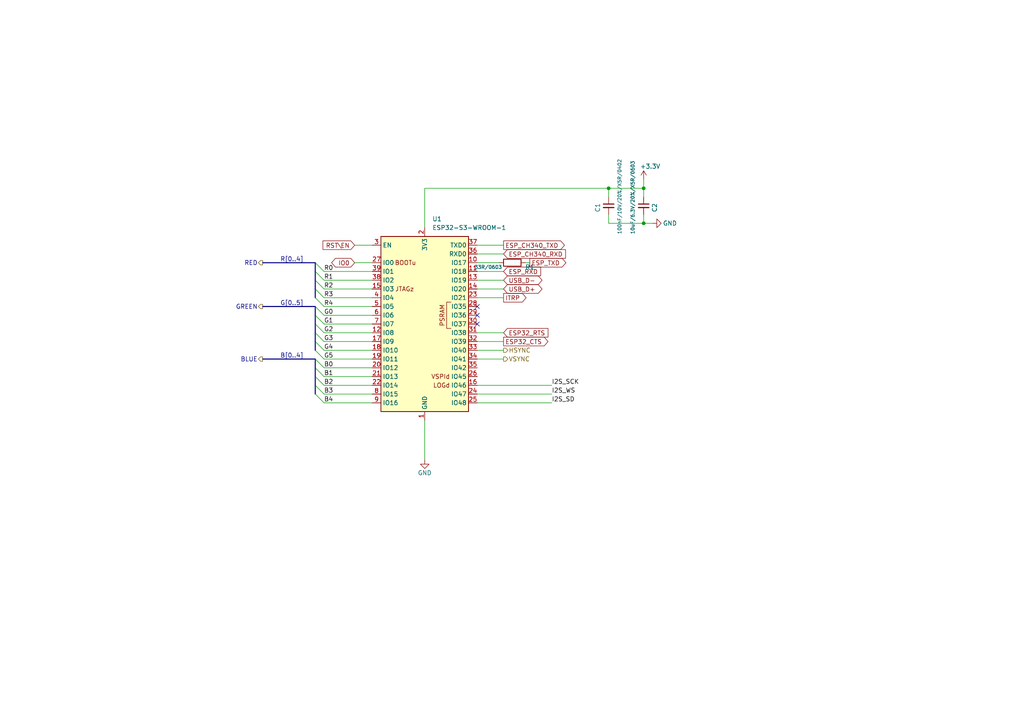
<source format=kicad_sch>
(kicad_sch (version 20231120) (generator "eeschema") (generator_version "8.0")
  (paper "A4")
  (lib_symbols
    (symbol "AgonLight2_Rev_B:+3.3V" (power) (pin_names (offset 0))
      (property "Value" "+3.3V" (at 0 3.556 0))
      (symbol "+3.3V_0_1"
        (polyline (pts (xy -0.762 1.27) (xy 0 2.54)))
        (polyline (pts (xy 0 0) (xy 0 2.54)))
        (polyline (pts (xy 0 2.54) (xy 0.762 1.27)))
      )
      (symbol "+3.3V_1_1"
        (pin power_in line (at 0 0 90) (length 0) hide (name "+3.3V") (number "1"))
      )
    )
    (symbol "AgonLight2_Rev_B:C" (pin_numbers hide) (pin_names (offset 0.254) hide)
      (property "Reference" "C" (at 0.254 1.778 0))
      (property "Value" "C" (at 0.254 -2.032 0))
      (symbol "C_0_1"
        (polyline (pts (xy -1.524 -0.508) (xy 1.524 -0.508)) (stroke (width 0.3302)))
        (polyline (pts (xy -1.524 0.508) (xy 1.524 0.508)) (stroke (width 0.3048)))
      )
      (symbol "C_1_1"
        (pin passive line (at 0 2.54 270) (length 1.905) (name "~") (number "1"))
        (pin passive line (at 0 -2.54 90) (length 2.032) (name "~") (number "2"))
      )
    )
    (symbol "AgonLight2_Rev_B:GND" (power) (pin_names (offset 0))
      (property "Value" "GND" (at 0 -3.81 0))
      (symbol "GND_0_1"
        (polyline (pts (xy 0 0) (xy 0 -1.27) (xy 1.27 -1.27) (xy 0 -2.54) (xy -1.27 -1.27) (xy 0 -1.27)))
      )
      (symbol "GND_1_1"
        (pin power_in line (at 0 0 270) (length 0) hide (name "GND") (number "1"))
      )
    )
    (symbol "AgonLight2_Rev_B:R" (pin_numbers hide) (pin_names (offset 0))
      (property "Reference" "R" (at 0 2.032 0))
      (property "Value" "R" (at 0 0 0))
      (symbol "R_0_1"
        (rectangle (start 2.54 -1.016) (end -2.54 1.016) (stroke (width 0.254)))
      )
      (symbol "R_1_1"
        (pin passive line (at -3.81 0 0) (length 1.27) (name "~") (number "1"))
        (pin passive line (at 3.81 0 180) (length 1.27) (name "~") (number "2"))
      )
    )
    (symbol "RF_Module:ESP32-S3-WROOM-1"
      (property "Reference" "U11" (at 2.1941 30.48 0))
      (property "Value" "ESP32-S3-WROOM-1" (at 2.1941 27.94 0))
      (symbol "ESP32-S3-WROOM-1_0_0"
        (rectangle (start -12.7 25.4) (end 12.7 -25.4) (stroke (width 0.254)) (fill (type background)))
        (text "PSRAM" (at 5.08 2.54 900) (effects (font (size 1.27 1.27))))
      )
      (symbol "ESP32-S3-WROOM-1_0_1"
        (polyline (pts (xy 7.62 -1.27) (xy 6.35 -1.27) (xy 6.35 6.35) (xy 7.62 6.35)))
      )
      (symbol "ESP32-S3-WROOM-1_1_0"
        (text "BOOTu" (at -5.588 17.78 0) (effects (font (size 1.27 1.27))))
        (text "JTAGz\n" (at -5.842 10.16 0) (effects (font (size 1.27 1.27))))
        (text "LOGd" (at 7.366 -17.78 0) (effects (font (size 1.27 1.27)) (justify right)))
        (text "VSPId" (at 7.366 -15.24 0) (effects (font (size 1.27 1.27)) (justify right)))
      )
      (symbol "ESP32-S3-WROOM-1_1_1"
        (pin power_in line (at 0 -27.94 90) (length 2.54) (name "GND") (number "1"))
        (pin bidirectional line (at 15.24 17.78 180) (length 2.54) (name "IO17") (number "10"))
        (pin bidirectional line (at 15.24 15.24 180) (length 2.54) (name "IO18") (number "11"))
        (pin bidirectional line (at -15.24 -2.54 0) (length 2.54) (name "IO8") (number "12"))
        (pin bidirectional line (at 15.24 12.7 180) (length 2.54) (name "IO19") (number "13"))
        (pin bidirectional line (at 15.24 10.16 180) (length 2.54) (name "IO20") (number "14"))
        (pin bidirectional line (at -15.24 10.16 0) (length 2.54) (name "IO3") (number "15"))
        (pin bidirectional line (at 15.24 -17.78 180) (length 2.54) (name "IO46") (number "16"))
        (pin bidirectional line (at -15.24 -5.08 0) (length 2.54) (name "IO9") (number "17"))
        (pin bidirectional line (at -15.24 -7.62 0) (length 2.54) (name "IO10") (number "18"))
        (pin bidirectional line (at -15.24 -10.16 0) (length 2.54) (name "IO11") (number "19"))
        (pin power_in line (at 0 27.94 270) (length 2.54) (name "3V3") (number "2"))
        (pin bidirectional line (at -15.24 -12.7 0) (length 2.54) (name "IO12") (number "20"))
        (pin bidirectional line (at -15.24 -15.24 0) (length 2.54) (name "IO13") (number "21"))
        (pin bidirectional line (at -15.24 -17.78 0) (length 2.54) (name "IO14") (number "22"))
        (pin bidirectional line (at 15.24 7.62 180) (length 2.54) (name "IO21") (number "23"))
        (pin bidirectional line (at 15.24 -20.32 180) (length 2.54) (name "IO47") (number "24"))
        (pin bidirectional line (at 15.24 -22.86 180) (length 2.54) (name "IO48") (number "25"))
        (pin bidirectional line (at 15.24 -15.24 180) (length 2.54) (name "IO45") (number "26"))
        (pin bidirectional line (at -15.24 17.78 0) (length 2.54) (name "IO0") (number "27"))
        (pin bidirectional line (at 15.24 5.08 180) (length 2.54) (name "IO35") (number "28"))
        (pin bidirectional line (at 15.24 2.54 180) (length 2.54) (name "IO36") (number "29"))
        (pin input line (at -15.24 22.86 0) (length 2.54) (name "EN") (number "3"))
        (pin bidirectional line (at 15.24 0 180) (length 2.54) (name "IO37") (number "30"))
        (pin bidirectional line (at 15.24 -2.54 180) (length 2.54) (name "IO38") (number "31"))
        (pin bidirectional line (at 15.24 -5.08 180) (length 2.54) (name "IO39") (number "32"))
        (pin bidirectional line (at 15.24 -7.62 180) (length 2.54) (name "IO40") (number "33"))
        (pin bidirectional line (at 15.24 -10.16 180) (length 2.54) (name "IO41") (number "34"))
        (pin bidirectional line (at 15.24 -12.7 180) (length 2.54) (name "IO42") (number "35"))
        (pin bidirectional line (at 15.24 20.32 180) (length 2.54) (name "RXD0") (number "36"))
        (pin bidirectional line (at 15.24 22.86 180) (length 2.54) (name "TXD0") (number "37"))
        (pin bidirectional line (at -15.24 12.7 0) (length 2.54) (name "IO2") (number "38"))
        (pin bidirectional line (at -15.24 15.24 0) (length 2.54) (name "IO1") (number "39"))
        (pin bidirectional line (at -15.24 7.62 0) (length 2.54) (name "IO4") (number "4"))
        (pin passive line (at 0 -27.94 90) (length 2.54) hide (name "GND") (number "40"))
        (pin passive line (at 0 -27.94 90) (length 2.54) hide (name "GND") (number "41"))
        (pin bidirectional line (at -15.24 5.08 0) (length 2.54) (name "IO5") (number "5"))
        (pin bidirectional line (at -15.24 2.54 0) (length 2.54) (name "IO6") (number "6"))
        (pin bidirectional line (at -15.24 0 0) (length 2.54) (name "IO7") (number "7"))
        (pin bidirectional line (at -15.24 -20.32 0) (length 2.54) (name "IO15") (number "8"))
        (pin bidirectional line (at -15.24 -22.86 0) (length 2.54) (name "IO16") (number "9"))
      )
    )
  )
  (junction (at 176.53 54.61))
  (junction (at 186.69 64.77))
  (junction (at 186.69 54.61))
  (no_connect (at 138.43 93.98))
  (no_connect (at 138.43 88.9))
  (no_connect (at 138.43 91.44))
  (bus_entry (at 91.44 76.2) (size 2.54 2.54))
  (bus_entry (at 91.44 104.14) (size 2.54 2.54))
  (bus_entry (at 91.44 88.9) (size 2.54 2.54))
  (bus_entry (at 91.44 86.36) (size 2.54 2.54))
  (bus_entry (at 91.44 99.06) (size 2.54 2.54))
  (bus_entry (at 91.44 106.68) (size 2.54 2.54))
  (bus_entry (at 91.44 109.22) (size 2.54 2.54))
  (bus_entry (at 91.44 101.6) (size 2.54 2.54))
  (bus_entry (at 91.44 93.98) (size 2.54 2.54))
  (bus_entry (at 91.44 96.52) (size 2.54 2.54))
  (bus_entry (at 91.44 111.76) (size 2.54 2.54))
  (bus_entry (at 91.44 78.74) (size 2.54 2.54))
  (bus_entry (at 91.44 81.28) (size 2.54 2.54))
  (bus_entry (at 91.44 91.44) (size 2.54 2.54))
  (bus_entry (at 91.44 83.82) (size 2.54 2.54))
  (bus_entry (at 91.44 114.3) (size 2.54 2.54))
  (wire (pts (xy 138.43 73.66) (xy 146.05 73.66)))
  (wire (pts (xy 186.69 54.61) (xy 186.69 52.07)))
  (wire (pts (xy 93.98 114.3) (xy 107.95 114.3)))
  (bus (pts (xy 91.44 96.52) (xy 91.44 93.98)))
  (wire (pts (xy 102.87 76.2) (xy 107.95 76.2)))
  (wire (pts (xy 93.98 104.14) (xy 107.95 104.14)))
  (wire (pts (xy 93.98 86.36) (xy 107.95 86.36)))
  (bus (pts (xy 76.2 88.9) (xy 91.44 88.9)))
  (wire (pts (xy 176.53 57.15) (xy 176.53 54.61)))
  (wire (pts (xy 93.98 81.28) (xy 107.95 81.28)))
  (wire (pts (xy 93.98 93.98) (xy 107.95 93.98)))
  (bus (pts (xy 91.44 114.3) (xy 91.44 111.76)))
  (wire (pts (xy 93.98 111.76) (xy 107.95 111.76)))
  (bus (pts (xy 91.44 106.68) (xy 91.44 104.14)))
  (bus (pts (xy 91.44 111.76) (xy 91.44 109.22)))
  (wire (pts (xy 146.05 83.82) (xy 138.43 83.82)))
  (wire (pts (xy 138.43 104.14) (xy 146.05 104.14)))
  (wire (pts (xy 93.98 88.9) (xy 107.95 88.9)))
  (wire (pts (xy 93.98 99.06) (xy 107.95 99.06)))
  (wire (pts (xy 138.43 78.74) (xy 146.05 78.74)))
  (wire (pts (xy 138.43 101.6) (xy 146.05 101.6)))
  (wire (pts (xy 93.98 101.6) (xy 107.95 101.6)))
  (wire (pts (xy 93.98 83.82) (xy 107.95 83.82)))
  (wire (pts (xy 123.19 54.61) (xy 176.53 54.61)))
  (wire (pts (xy 186.69 64.77) (xy 186.69 62.23)))
  (wire (pts (xy 186.69 64.77) (xy 189.23 64.77)))
  (wire (pts (xy 93.98 96.52) (xy 107.95 96.52)))
  (wire (pts (xy 152.4 76.2) (xy 153.67 76.2)))
  (wire (pts (xy 93.98 106.68) (xy 107.95 106.68)))
  (wire (pts (xy 93.98 116.84) (xy 107.95 116.84)))
  (bus (pts (xy 91.44 93.98) (xy 91.44 91.44)))
  (bus (pts (xy 91.44 109.22) (xy 91.44 106.68)))
  (wire (pts (xy 93.98 109.22) (xy 107.95 109.22)))
  (wire (pts (xy 93.98 91.44) (xy 107.95 91.44)))
  (bus (pts (xy 91.44 86.36) (xy 91.44 83.82)))
  (wire (pts (xy 138.43 111.76) (xy 160.02 111.76)))
  (wire (pts (xy 123.19 121.92) (xy 123.19 133.35)))
  (wire (pts (xy 138.43 71.12) (xy 146.05 71.12)))
  (bus (pts (xy 91.44 81.28) (xy 91.44 78.74)))
  (wire (pts (xy 138.43 76.2) (xy 144.78 76.2)))
  (wire (pts (xy 138.43 99.06) (xy 146.05 99.06)))
  (wire (pts (xy 176.53 64.77) (xy 186.69 64.77)))
  (wire (pts (xy 146.05 81.28) (xy 138.43 81.28)))
  (wire (pts (xy 107.95 71.12) (xy 102.87 71.12)))
  (bus (pts (xy 76.2 104.14) (xy 91.44 104.14)))
  (bus (pts (xy 91.44 101.6) (xy 91.44 99.06)))
  (wire (pts (xy 176.53 62.23) (xy 176.53 64.77)))
  (bus (pts (xy 76.2 76.2) (xy 91.44 76.2)))
  (wire (pts (xy 176.53 54.61) (xy 186.69 54.61)))
  (bus (pts (xy 91.44 78.74) (xy 91.44 76.2)))
  (bus (pts (xy 91.44 91.44) (xy 91.44 88.9)))
  (wire (pts (xy 186.69 57.15) (xy 186.69 54.61)))
  (wire (pts (xy 123.19 54.61) (xy 123.19 66.04)))
  (wire (pts (xy 93.98 78.74) (xy 107.95 78.74)))
  (bus (pts (xy 91.44 83.82) (xy 91.44 81.28)))
  (wire (pts (xy 138.43 114.3) (xy 160.02 114.3)))
  (wire (pts (xy 138.43 116.84) (xy 160.02 116.84)))
  (wire (pts (xy 138.43 96.52) (xy 146.05 96.52)))
  (wire (pts (xy 138.43 86.36) (xy 146.05 86.36)))
  (bus (pts (xy 91.44 99.06) (xy 91.44 96.52)))
  (label "I2S_SCK" (at 160.02 111.76 0))
  (label "G[0..5]" (at 81.28 88.9 0))
  (label "R3" (at 93.98 86.36 0))
  (label "B1" (at 93.98 109.22 0))
  (label "R4" (at 93.98 88.9 0))
  (label "G5" (at 93.98 104.14 0))
  (label "G3" (at 93.98 99.06 0))
  (label "G2" (at 93.98 96.52 0))
  (label "G1" (at 93.98 93.98 0))
  (label "I2S_WS" (at 160.02 114.3 0))
  (label "B3" (at 93.98 114.3 0))
  (label "R[0..4]" (at 81.28 76.2 0))
  (label "I2S_SD" (at 160.02 116.84 0))
  (label "G4" (at 93.98 101.6 0))
  (label "R0" (at 93.98 78.74 0))
  (label "B4" (at 93.98 116.84 0))
  (label "R2" (at 93.98 83.82 0))
  (label "B[0..4]" (at 81.28 104.14 0))
  (label "G0" (at 93.98 91.44 0))
  (label "R1" (at 93.98 81.28 0))
  (label "B0" (at 93.98 106.68 0))
  (label "B2" (at 93.98 111.76 0))
  (global_label "USB_D+" (shape bidirectional) (at 146.05 83.82 0) (property "Intersheetrefs" "${INTERSHEET_REFS}" (effects (hide yes))))
  (global_label "ESP_TXD" (shape output) (at 153.67 76.2 0) (property "Intersheetrefs" "${INTERSHEET_REFS}" (effects (hide yes))))
  (global_label "RST\\EN" (shape input) (at 102.87 71.12 180) (property "Intersheetrefs" "${INTERSHEET_REFS}" (effects (hide yes))))
  (global_label "ESP_CH340_TXD" (shape output) (at 146.05 71.12 0) (property "Intersheetrefs" "${INTERSHEET_REFS}" (effects (hide yes))))
  (global_label "ITRP" (shape output) (at 146.05 86.36 0) (property "Intersheetrefs" "${INTERSHEET_REFS}" (effects (hide yes))))
  (global_label "ESP_CH340_RXD" (shape input) (at 146.05 73.66 0) (property "Intersheetrefs" "${INTERSHEET_REFS}" (effects (hide yes))))
  (global_label "USB_D-" (shape bidirectional) (at 146.05 81.28 0) (property "Intersheetrefs" "${INTERSHEET_REFS}" (effects (hide yes))))
  (global_label "ESP_RXD" (shape input) (at 146.05 78.74 0) (property "Intersheetrefs" "${INTERSHEET_REFS}" (effects (hide yes))))
  (global_label "ESP32_CTS" (shape output) (at 146.05 99.06 0) (property "Intersheetrefs" "${INTERSHEET_REFS}" (effects (hide yes))))
  (global_label "ESP32_RTS" (shape input) (at 146.05 96.52 0) (property "Intersheetrefs" "${INTERSHEET_REFS}" (effects (hide yes))))
  (global_label "IO0" (shape bidirectional) (at 102.87 76.2 180) (property "Intersheetrefs" "${INTERSHEET_REFS}" (effects (hide yes))))
  (hierarchical_label "RED" (shape output) (at 76.2 76.2 180))
  (hierarchical_label "GREEN" (shape output) (at 76.2 88.9 180))
  (hierarchical_label "HSYNC" (shape output) (at 146.05 101.6 0))
  (hierarchical_label "VSYNC" (shape output) (at 146.05 104.14 0))
  (hierarchical_label "BLUE" (shape output) (at 76.2 104.14 180))
  (symbol (lib_id "AgonLight2_Rev_B:GND") (at 123.19 133.35 0) (mirror y) (unit 1)
    (property "Reference" "#PWR01" (effects (hide yes)))
    (property "Value" "GND" (at 123.19 137.16 0))
  )
  (symbol (lib_id "AgonLight2_Rev_B:R") (at 148.59 76.2 180) (unit 1)
    (property "Reference" "R1" (at 153.67 77.47 0))
    (property "Value" "33R/0603" (at 141.605 77.47 0) (effects (font (size 1.016 1.016))))
    (property "Footprint" "OLIMEX_RLC-FP:R_0603_5MIL_DWS" (effects (hide yes)))
  )
  (symbol (lib_id "AgonLight2_Rev_B:C") (at 186.69 59.69 0) (mirror y) (unit 1)
    (property "Reference" "C2" (at 189.865 61.595 90) (effects (justify left)))
    (property "Value" "10uF/6.3V/20%/X5R/0603" (at 183.515 67.945 90) (effects (font (size 1.016 1.016)) (justify left)))
    (property "Footprint" "OLIMEX_RLC-FP:C_0603_5MIL_DWS" (effects (hide yes)))
  )
  (symbol (lib_id "RF_Module:ESP32-S3-WROOM-1") (at 123.19 93.98 0) (unit 1)
    (property "Reference" "U1" (at 125.3841 63.5 0) (effects (justify left)))
    (property "Value" "ESP32-S3-WROOM-1" (at 125.3841 66.04 0) (effects (justify left)))
    (property "Footprint" "RF_Module:ESP32-S3-WROOM-1" (effects (hide yes)))
    (property "Datasheet" "https://www.espressif.com/sites/default/files/documentation/esp32-s3-wroom-1_wroom-1u_datasheet_en.pdf" (effects (hide yes)))
    (property "Description" "RF Module, ESP32-S3 SoC, Wi-Fi 802.11b/g/n, Bluetooth, BLE, 32-bit, 3.3V, onboard antenna, SMD" (effects (hide yes)))
  )
  (symbol (lib_id "AgonLight2_Rev_B:GND") (at 189.23 64.77 90) (mirror x) (unit 1)
    (property "Reference" "#PWR03" (effects (hide yes)))
    (property "Value" "GND" (at 194.31 64.77 90))
  )
  (symbol (lib_id "AgonLight2_Rev_B:C") (at 176.53 59.69 0) (mirror y) (unit 1)
    (property "Reference" "C1" (at 173.355 61.595 90) (effects (justify left)))
    (property "Value" "100nF/10V/20%/X5R/0402" (at 179.705 67.945 90) (effects (font (size 1.016 1.016)) (justify left)))
    (property "Footprint" "OLIMEX_RLC-FP:C_0402_5MIL_DWS" (effects (hide yes)))
  )
  (symbol (lib_id "AgonLight2_Rev_B:+3.3V") (at 186.69 52.07 0) (mirror y) (unit 1)
    (property "Reference" "#PWR02" (effects (hide yes)))
    (property "Value" "+3.3V" (at 188.595 48.26 0))
  )
)
</source>
